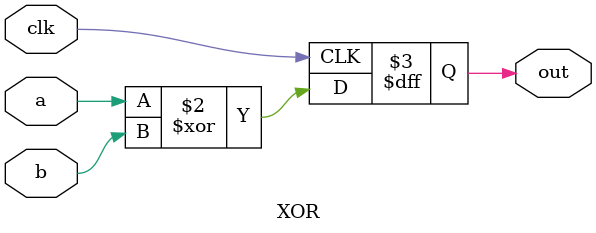
<source format=v>
module XOR (
    input wire clk,
    input wire a,
    input wire b,
    output reg out
);

always @(posedge clk) begin
    out <= a ^ b; 
end

endmodule

</source>
